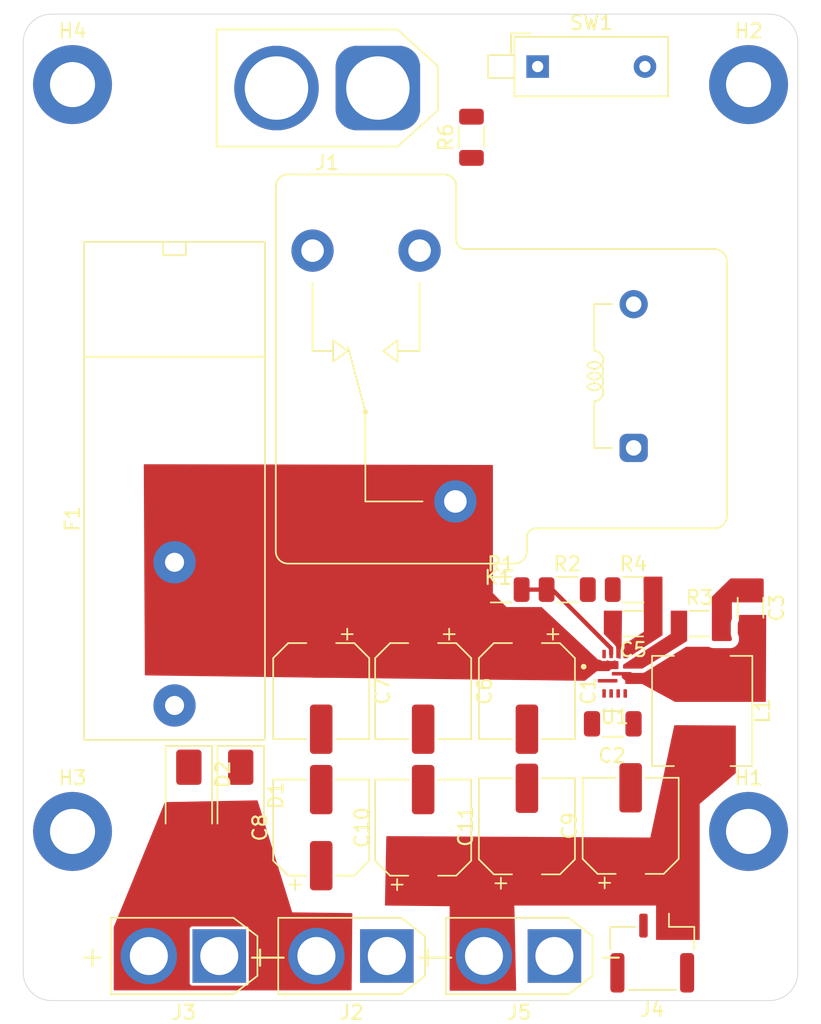
<source format=kicad_pcb>
(kicad_pcb (version 20240108) (generator "pcbnew") (generator_version "8.0")
  (layers (0 "F.Cu" signal) (1 "In1.Cu" power "In1_GND.Cu") (2 "In2.Cu" power "In2_POWER.Cu") (31 "B.Cu" signal) (34 "B.Paste" user) (35 "F.Paste" user) (36 "B.SilkS" user "B.Silkscreen") (37 "F.SilkS" user "F.Silkscreen") (38 "B.Mask" user) (39 "F.Mask" user) (44 "Edge.Cuts" user))
  (net 0 "")
  (net 1 "+24V")
  (net 2 "GND")
  (net 3 "Net-(U1-LDO)")
  (net 4 "Net-(U1-SW)")
  (net 5 "Net-(C3-Pad1)")
  (net 6 "Net-(U1-VCC)")
  (net 7 "+5V")
  (net 8 "24VOUT")
  (net 9 "24VDC")
  (net 10 "Net-(SW1-B)")
  (net 12 "Net-(U1-EN)")
  (net 13 "Net-(U1-BST)")
  (net 14 "Net-(U1-PG)")
  (net 15 "Net-(SW1-A)")
  (net 18 "Net-(D1-A1)")
  (footprint "MountingHole:MountingHole_3.2mm_M3_DIN965_Pad" (layer "F.Cu") (at 151.5 108)
    (property "Reference" "H1" (at 0 -3.8 0) (layer "F.SilkS"))
    (property "Value" "MountingHole")
    (pad "1" thru_hole circle (at 0 0) (size 5.6 5.6) (drill 3.2) (layers "*.Cu" "*.Mask"))
  )
  (footprint "Diode_SMD:D_SMA" (layer "F.Cu") (at 111.76 105.442 -90)
    (property "Reference" "D2" (at -1.494 -2.413 90) (layer "F.SilkS"))
    (property "Value" "D_TVS")
    (fp_line (start -3.51 1.65) (end 2 1.65) (stroke (width 0.12)) (layer "F.SilkS"))
    (fp_line (start -3.51 -1.65) (end -3.51 1.65) (stroke (width 0.12)) (layer "F.SilkS"))
    (fp_line (start -3.51 -1.65) (end 2 -1.65) (stroke (width 0.12)) (layer "F.SilkS"))
    (pad "1" smd roundrect (at -2 0 270) (size 2.5 1.8) (layers "F.Cu" "F.Paste" "F.Mask") (roundrect_rratio 0.1388888889) (net 18 "Net-(D1-A1)"))
    (pad "2" smd roundrect (at 2 0 270) (size 2.5 1.8) (layers "F.Cu" "F.Paste" "F.Mask") (roundrect_rratio 0.1388888889) (net 8 "24VOUT"))
  )
  (footprint "Capacitor_SMD:CP_Elec_6.3x7.7" (layer "F.Cu") (at 143.129 107.602 90)
    (property "Reference" "C9" (at 0 -4.35 90) (layer "F.SilkS"))
    (property "Value" "47u")
    (fp_line (start 3.41 -3.41) (end 3.41 -1.06) (stroke (width 0.12)) (layer "F.SilkS"))
    (fp_line (start -2.345563 -3.41) (end 3.41 -3.41) (stroke (width 0.12)) (layer "F.SilkS"))
    (fp_line (start -3.41 -2.345563) (end -2.345563 -3.41) (stroke (width 0.12)) (layer "F.SilkS"))
    (fp_line (start -3.41 -2.345563) (end -3.41 -1.06) (stroke (width 0.12)) (layer "F.SilkS"))
    (fp_line (start -4.04375 -2.24125) (end -4.04375 -1.45375) (stroke (width 0.12)) (layer "F.SilkS"))
    (fp_line (start -4.4375 -1.8475) (end -3.65 -1.8475) (stroke (width 0.12)) (layer "F.SilkS"))
    (fp_line (start -3.41 2.345563) (end -3.41 1.06) (stroke (width 0.12)) (layer "F.SilkS"))
    (fp_line (start -3.41 2.345563) (end -2.345563 3.41) (stroke (width 0.12)) (layer "F.SilkS"))
    (fp_line (start 3.41 3.41) (end 3.41 1.06) (stroke (width 0.12)) (layer "F.SilkS"))
    (fp_line (start -2.345563 3.41) (end 3.41 3.41) (stroke (width 0.12)) (layer "F.SilkS"))
    (pad "1" smd roundrect (at -2.7 0 90) (size 3.5 1.6) (layers "F.Cu" "F.Paste" "F.Mask") (roundrect_rratio 0.15625) (net 7 "+5V"))
    (pad "2" smd roundrect (at 2.7 0 90) (size 3.5 1.6) (layers "F.Cu" "F.Paste" "F.Mask") (roundrect_rratio 0.15625) (net 2 "GND"))
  )
  (footprint "Connector_AMASS:AMASS_XT30U-F_1x02_P5.0mm_Vertical" (layer "F.Cu") (at 125.817 116.84 180)
    (property "Reference" "J2" (at 2.5 -4 360) (layer "F.SilkS"))
    (property "Value" "24VOUT")
    (fp_line (start 7.71 -2.71) (end 7.71 2.71) (stroke (width 0.12)) (layer "F.SilkS"))
    (fp_line (start -1.01 2.71) (end 7.71 2.71) (stroke (width 0.12)) (layer "F.SilkS"))
    (fp_line (start -1.01 -2.71) (end 7.71 -2.71) (stroke (width 0.12)) (layer "F.SilkS"))
    (fp_line (start -2.71 1.41) (end -1.01 2.71) (stroke (width 0.12)) (layer "F.SilkS"))
    (fp_line (start -2.71 -1.41) (end -1.01 -2.71) (stroke (width 0.12)) (layer "F.SilkS"))
    (fp_line (start -2.71 -1.41) (end -2.71 1.41) (stroke (width 0.12)) (layer "F.SilkS"))
    (fp_text user "+" (at 9 0 360) (layer "F.SilkS") (effects (font (size 1.5 1.5))))
    (fp_text user "-" (at -4 0 360) (layer "F.SilkS") (effects (font (size 1.5 1.5))))
    (pad "1" thru_hole rect (at 0 0 180) (size 3.8 3.8) (drill 2.7) (layers "*.Cu" "*.Mask") (net 2 "GND"))
    (pad "2" thru_hole circle (at 5 0 180) (size 4 4) (drill 2.7) (layers "*.Cu" "*.Mask") (net 8 "24VOUT"))
  )
  (footprint "Capacitor_SMD:C_1206_3216Metric" (layer "F.Cu") (at 151.638 92.124 -90)
    (property "Reference" "C3" (at 0 -1.85 90) (layer "F.SilkS"))
    (property "Value" "4.7u")
    (fp_line (start -0.711252 0.91) (end 0.711252 0.91) (stroke (width 0.12)) (layer "F.SilkS"))
    (fp_line (start -0.711252 -0.91) (end 0.711252 -0.91) (stroke (width 0.12)) (layer "F.SilkS"))
    (pad "1" smd roundrect (at -1.475 0 270) (size 1.15 1.8) (layers "F.Cu" "F.Paste" "F.Mask") (roundrect_rratio 0.217391) (net 5 "Net-(C3-Pad1)"))
    (pad "2" smd roundrect (at 1.475 0 270) (size 1.15 1.8) (layers "F.Cu" "F.Paste" "F.Mask") (roundrect_rratio 0.217391) (net 4 "Net-(U1-SW)"))
  )
  (footprint "Resistor_SMD:R_1206_3216Metric" (layer "F.Cu") (at 131.826 58.7395 90)
    (property "Reference" "R6" (at 0 -1.82 90) (layer "F.SilkS"))
    (property "Value" "200k")
    (fp_line (start -0.727064 -0.91) (end 0.727064 -0.91) (stroke (width 0.12)) (layer "F.SilkS"))
    (fp_line (start -0.727064 0.91) (end 0.727064 0.91) (stroke (width 0.12)) (layer "F.SilkS"))
    (pad "1" smd roundrect (at -1.4625 0 90) (size 1.125 1.75) (layers "F.Cu" "F.Paste" "F.Mask") (roundrect_rratio 0.222222) (net 9 "24VDC"))
    (pad "2" smd roundrect (at 1.4625 0 90) (size 1.125 1.75) (layers "F.Cu" "F.Paste" "F.Mask") (roundrect_rratio 0.222222) (net 15 "Net-(SW1-A)"))
  )
  (footprint "Fuse:Fuseholder_Cylinder-5x20mm_Bulgin_FX0457_Horizontal_Closed" (layer "F.Cu") (at 110.744 99.06 90)
    (property "Reference" "F1" (at 13.25 -7.25 90) (layer "F.SilkS"))
    (property "Value" "Fuse")
    (fp_line (start -2.44 -6.42) (end 32.9 -6.42) (stroke (width 0.12)) (layer "F.SilkS"))
    (fp_line (start -2.44 -6.42) (end -2.44 6.42) (stroke (width 0.12)) (layer "F.SilkS"))
    (fp_line (start 24.75 -6.4) (end 24.75 6.4) (stroke (width 0.12)) (layer "F.SilkS"))
    (fp_line (start 32.85 -0.8) (end 31.95 -0.8) (stroke (width 0.12)) (layer "F.SilkS"))
    (fp_line (start 31.95 -0.8) (end 31.95 0.8) (stroke (width 0.12)) (layer "F.SilkS"))
    (fp_line (start 31.95 0.8) (end 32.85 0.8) (stroke (width 0.12)) (layer "F.SilkS"))
    (fp_line (start 32.9 6.42) (end 32.9 -6.42) (stroke (width 0.12)) (layer "F.SilkS"))
    (fp_line (start 32.9 6.42) (end -2.44 6.42) (stroke (width 0.12)) (layer "F.SilkS"))
    (pad "1" thru_hole circle (at 0 0 90) (size 3 3) (drill 1.35) (layers "*.Cu" "*.Mask") (net 18 "Net-(D1-A1)"))
    (pad "2" thru_hole circle (at 10.16 0 90) (size 3 3) (drill 1.35) (layers "*.Cu" "*.Mask") (net 1 "+24V"))
  )
  (footprint "MountingHole:MountingHole_3.2mm_M3_DIN965_Pad" (layer "F.Cu") (at 151.5 55)
    (property "Reference" "H2" (at 0 -3.8 0) (layer "F.SilkS"))
    (property "Value" "MountingHole")
    (pad "1" thru_hole circle (at 0 0) (size 5.6 5.6) (drill 3.2) (layers "*.Cu" "*.Mask"))
  )
  (footprint "Capacitor_SMD:CP_Elec_6.3x7.7" (layer "F.Cu") (at 128.397 107.729 90)
    (property "Reference" "C10" (at 0 -4.35 90) (layer "F.SilkS"))
    (property "Value" "47u")
    (fp_line (start 3.41 -3.41) (end 3.41 -1.06) (stroke (width 0.12)) (layer "F.SilkS"))
    (fp_line (start -2.345563 -3.41) (end 3.41 -3.41) (stroke (width 0.12)) (layer "F.SilkS"))
    (fp_line (start -3.41 -2.345563) (end -2.345563 -3.41) (stroke (width 0.12)) (layer "F.SilkS"))
    (fp_line (start -3.41 -2.345563) (end -3.41 -1.06) (stroke (width 0.12)) (layer "F.SilkS"))
    (fp_line (start -4.04375 -2.24125) (end -4.04375 -1.45375) (stroke (width 0.12)) (layer "F.SilkS"))
    (fp_line (start -4.4375 -1.8475) (end -3.65 -1.8475) (stroke (width 0.12)) (layer "F.SilkS"))
    (fp_line (start -3.41 2.345563) (end -3.41 1.06) (stroke (width 0.12)) (layer "F.SilkS"))
    (fp_line (start -3.41 2.345563) (end -2.345563 3.41) (stroke (width 0.12)) (layer "F.SilkS"))
    (fp_line (start 3.41 3.41) (end 3.41 1.06) (stroke (width 0.12)) (layer "F.SilkS"))
    (fp_line (start -2.345563 3.41) (end 3.41 3.41) (stroke (width 0.12)) (layer "F.SilkS"))
    (pad "1" smd roundrect (at -2.7 0 90) (size 3.5 1.6) (layers "F.Cu" "F.Paste" "F.Mask") (roundrect_rratio 0.15625) (net 7 "+5V"))
    (pad "2" smd roundrect (at 2.7 0 90) (size 3.5 1.6) (layers "F.Cu" "F.Paste" "F.Mask") (roundrect_rratio 0.15625) (net 2 "GND"))
  )
  (footprint "Capacitor_SMD:C_1206_3216Metric" (layer "F.Cu") (at 143.305 93.251 180)
    (property "Reference" "C5" (at 0 -1.85 360) (layer "F.SilkS"))
    (property "Value" "1u")
    (fp_line (start -0.711252 0.91) (end 0.711252 0.91) (stroke (width 0.12)) (layer "F.SilkS"))
    (fp_line (start -0.711252 -0.91) (end 0.711252 -0.91) (stroke (width 0.12)) (layer "F.SilkS"))
    (pad "1" smd roundrect (at -1.475 0 180) (size 1.15 1.8) (layers "F.Cu" "F.Paste" "F.Mask") (roundrect_rratio 0.217391) (net 6 "Net-(U1-VCC)"))
    (pad "2" smd roundrect (at 1.475 0 180) (size 1.15 1.8) (layers "F.Cu" "F.Paste" "F.Mask") (roundrect_rratio 0.217391) (net 2 "GND"))
  )
  (footprint "Capacitor_SMD:CP_Elec_6.3x7.7" (layer "F.Cu") (at 135.763 107.635 90)
    (property "Reference" "C11" (at 0 -4.35 90) (layer "F.SilkS"))
    (property "Value" "33u")
    (fp_line (start 3.41 -3.41) (end 3.41 -1.06) (stroke (width 0.12)) (layer "F.SilkS"))
    (fp_line (start -2.345563 -3.41) (end 3.41 -3.41) (stroke (width 0.12)) (layer "F.SilkS"))
    (fp_line (start -3.41 -2.345563) (end -2.345563 -3.41) (stroke (width 0.12)) (layer "F.SilkS"))
    (fp_line (start -3.41 -2.345563) (end -3.41 -1.06) (stroke (width 0.12)) (layer "F.SilkS"))
    (fp_line (start -4.04375 -2.24125) (end -4.04375 -1.45375) (stroke (width 0.12)) (layer "F.SilkS"))
    (fp_line (start -4.4375 -1.8475) (end -3.65 -1.8475) (stroke (width 0.12)) (layer "F.SilkS"))
    (fp_line (start -3.41 2.345563) (end -3.41 1.06) (stroke (width 0.12)) (layer "F.SilkS"))
    (fp_line (start -3.41 2.345563) (end -2.345563 3.41) (stroke (width 0.12)) (layer "F.SilkS"))
    (fp_line (start 3.41 3.41) (end 3.41 1.06) (stroke (width 0.12)) (layer "F.SilkS"))
    (fp_line (start -2.345563 3.41) (end 3.41 3.41) (stroke (width 0.12)) (layer "F.SilkS"))
    (pad "1" smd roundrect (at -2.7 0 90) (size 3.5 1.6) (layers "F.Cu" "F.Paste" "F.Mask") (roundrect_rratio 0.15625) (net 7 "+5V"))
    (pad "2" smd roundrect (at 2.7 0 90) (size 3.5 1.6) (layers "F.Cu" "F.Paste" "F.Mask") (roundrect_rratio 0.15625) (net 2 "GND"))
  )
  (footprint "Relay_THT:Relay_SPDT_RAYEX-L90S" (layer "F.Cu") (at 145.883 75.682 180)
    (property "Reference" "K1" (at 12.1666 -14.3 360) (layer "F.SilkS"))
    (property "Value" "SLC-24VDC-SL-C")
    (fp_line (start 27.95 -12.44) (end 27.95 13.44) (stroke (width 0.12)) (layer "F.SilkS"))
    (fp_line (start 25.34 1.778) (end 25.34 6.604) (stroke (width 0.12)) (layer "F.SilkS"))
    (fp_line (start 23.876 2.54) (end 23.876 1.016) (stroke (width 0.12)) (layer "F.SilkS"))
    (fp_line (start 23.876 2.54) (end 22.86 1.778) (stroke (width 0.12)) (layer "F.SilkS"))
    (fp_line (start 23.876 1.778) (end 25.34 1.778) (stroke (width 0.12)) (layer "F.SilkS"))
    (fp_line (start 22.86 1.778) (end 23.876 1.016) (stroke (width 0.12)) (layer "F.SilkS"))
    (fp_line (start 21.59 -2.54) (end 22.8092 2.032) (stroke (width 0.12)) (layer "F.SilkS"))
    (fp_line (start 21.59 -2.54) (end 21.59 -8.9) (stroke (width 0.12)) (layer "F.SilkS"))
    (fp_line (start 21.59 -8.9) (end 17.526 -8.9) (stroke (width 0.12)) (layer "F.SilkS"))
    (fp_line (start 20.32 1.778) (end 19.304 1.016) (stroke (width 0.12)) (layer "F.SilkS"))
    (fp_line (start 19.304 2.54) (end 20.32 1.778) (stroke (width 0.12)) (layer "F.SilkS"))
    (fp_line (start 19.304 1.016) (end 19.304 2.54) (stroke (width 0.12)) (layer "F.SilkS"))
    (fp_line (start 17.74 6.604) (end 17.74 1.778) (stroke (width 0.12)) (layer "F.SilkS"))
    (fp_line (start 17.74 1.778) (end 19.304 1.778) (stroke (width 0.12)) (layer "F.SilkS"))
    (fp_line (start 16 14.31) (end 27.08 14.31) (stroke (width 0.12)) (layer "F.SilkS"))
    (fp_line (start 15.13 9.66) (end 15.13 13.44) (stroke (width 0.12)) (layer "F.SilkS"))
    (fp_line (start 11 -13.31) (end 27.08 -13.31) (stroke (width 0.12)) (layer "F.SilkS"))
    (fp_line (start 10.13 -12.44) (end 10.13 -11.46) (stroke (width 0.12)) (layer "F.SilkS"))
    (fp_line (start 5.334002 5.105397) (end 5.334002 1.777997) (stroke (width 0.12)) (layer "F.SilkS"))
    (fp_line (start 5.334 5.1054) (end 4.064 5.1054) (stroke (width 0.12)) (layer "F.SilkS"))
    (fp_line (start 5.334 -1.778) (end 5.334 -5.1054) (stroke (width 0.12)) (layer "F.SilkS"))
    (fp_line (start 4.064 -5.1054) (end 5.334 -5.1054) (stroke (width 0.12)) (layer "F.SilkS"))
    (fp_line (start -3.2 9.01) (end 14.48 9.01) (stroke (width 0.12)) (layer "F.SilkS"))
    (fp_line (start -3.2 -10.81) (end 9.48 -10.81) (stroke (width 0.12)) (layer "F.SilkS"))
    (fp_line (start -4.07 -9.94) (end -4.07 8.14) (stroke (width 0.12)) (layer "F.SilkS"))
    (fp_arc (start 27.95 13.44) (mid 27.695183 14.055183) (end 27.08 14.31) (stroke (width 0.12)) (layer "F.SilkS"))
    (fp_arc (start 27.08 -13.31) (mid 27.695183 -13.055183) (end 27.95 -12.44) (stroke (width 0.12)) (layer "F.SilkS"))
    (fp_arc (start 16 14.31) (mid 15.384817 14.055183) (end 15.13 13.44) (stroke (width 0.12)) (layer "F.SilkS"))
    (fp_arc (start 14.48 9.01) (mid 14.939619 9.200381) (end 15.13 9.66) (stroke (width 0.12)) (layer "F.SilkS"))
    (fp_arc (start 10.13 -11.46) (mid 9.939619 -11.000381) (end 9.48 -10.81) (stroke (width 0.12)) (layer "F.SilkS"))
    (fp_arc (start 10.13 -12.44) (mid 10.384817 -13.055183) (end 11 -13.31) (stroke (width 0.12)) (layer "F.SilkS"))
    (fp_arc (start 5.842266 0.761644) (mid 4.699001 0.381223) (end 5.842001 -0.000002) (stroke (width 0.12)) (layer "F.SilkS"))
    (fp_arc (start 5.842265 -0.000355) (mid 4.699001 -0.380778) (end 5.842 -0.762001) (stroke (width 0.12)) (layer "F.SilkS"))
    (fp_arc (start 5.8418 -0.761733) (mid 4.765964 -0.859168) (end 5.334 -1.778) (stroke (width 0.12)) (layer "F.SilkS"))
    (fp_arc (start 5.334002 1.777997) (mid 4.765966 0.859171) (end 5.841802 0.76173) (stroke (width 0.12)) (layer "F.SilkS"))
    (fp_arc (start -3.2 9.01) (mid -3.815183 8.755183) (end -4.07 8.14) (stroke (width 0.12)) (layer "F.SilkS"))
    (fp_arc (start -4.07 -9.94) (mid -3.815183 -10.555183) (end -3.2 -10.81) (stroke (width 0.12)) (layer "F.SilkS"))
    (fp_circle (center 21.59 -2.54) (end 21.59 -2.413) (stroke (width 0.12)) (fill none) (layer "F.SilkS"))
    (pad "11" thru_hole circle (at 15.2 -8.9) (size 3 3) (drill 1.6) (layers "*.Cu" "*.Mask") (net 1 "+24V"))
    (pad "12" thru_hole circle (at 25.34 8.9) (size 3 3) (drill 1.6) (layers "*.Cu" "*.Mask"))
    (pad "14" thru_hole circle (at 17.74 8.9) (size 3 3) (drill 1.6) (layers "*.Cu" "*.Mask") (net 9 "24VDC"))
    (pad "A1" thru_hole roundrect (at 2.54 -5.1) (size 2 2) (drill 1.1) (layers "*.Cu" "*.Mask") (net 2 "GND"))
    (pad "A2" thru_hole circle (at 2.54 5.1) (size 2 2) (drill 1.1) (layers "*.Cu" "*.Mask") (net 10 "Net-(SW1-B)"))
  )
  (footprint "Capacitor_SMD:CP_Elec_6.3x7.7" (layer "F.Cu") (at 135.763 98.044 -90)
    (property "Reference" "C1" (at 0 -4.35 90) (layer "F.SilkS"))
    (property "Value" "22u")
    (fp_line (start -2.345563 3.41) (end 3.41 3.41) (stroke (width 0.12)) (layer "F.SilkS"))
    (fp_line (start 3.41 3.41) (end 3.41 1.06) (stroke (width 0.12)) (layer "F.SilkS"))
    (fp_line (start -3.41 2.345563) (end -2.345563 3.41) (stroke (width 0.12)) (layer "F.SilkS"))
    (fp_line (start -3.41 2.345563) (end -3.41 1.06) (stroke (width 0.12)) (layer "F.SilkS"))
    (fp_line (start -4.4375 -1.8475) (end -3.65 -1.8475) (stroke (width 0.12)) (layer "F.SilkS"))
    (fp_line (start -4.04375 -2.24125) (end -4.04375 -1.45375) (stroke (width 0.12)) (layer "F.SilkS"))
    (fp_line (start -3.41 -2.345563) (end -3.41 -1.06) (stroke (width 0.12)) (layer "F.SilkS"))
    (fp_line (start -3.41 -2.345563) (end -2.345563 -3.41) (stroke (width 0.12)) (layer "F.SilkS"))
    (fp_line (start -2.345563 -3.41) (end 3.41 -3.41) (stroke (width 0.12)) (layer "F.SilkS"))
    (fp_line (start 3.41 -3.41) (end 3.41 -1.06) (stroke (width 0.12)) (layer "F.SilkS"))
    (pad "1" smd roundrect (at -2.7 0 270) (size 3.5 1.6) (layers "F.Cu" "F.Paste" "F.Mask") (roundrect_rratio 0.15625) (net 1 "+24V"))
    (pad "2" smd roundrect (at 2.7 0 270) (size 3.5 1.6) (layers "F.Cu" "F.Paste" "F.Mask") (roundrect_rratio 0.15625) (net 2 "GND"))
  )
  (footprint "Resistor_SMD:R_1206_3216Metric" (layer "F.Cu") (at 143.3175 90.838)
    (property "Reference" "R4" (at 0 -1.82 360) (layer "F.SilkS"))
    (property "Value" "100k")
    (fp_line (start -0.727064 -0.91) (end 0.727064 -0.91) (stroke (width 0.12)) (layer "F.SilkS"))
    (fp_line (start -0.727064 0.91) (end 0.727064 0.91) (stroke (width 0.12)) (layer "F.SilkS"))
    (pad "1" smd roundrect (at -1.4625 0) (size 1.125 1.75) (layers "F.Cu" "F.Paste" "F.Mask") (roundrect_rratio 0.222222) (net 14 "Net-(U1-PG)"))
    (pad "2" smd roundrect (at 1.4625 0) (size 1.125 1.75) (layers "F.Cu" "F.Paste" "F.Mask") (roundrect_rratio 0.222222) (net 6 "Net-(U1-VCC)"))
  )
  (footprint "MountingHole:MountingHole_3.2mm_M3_DIN965_Pad" (layer "F.Cu") (at 103.5 55)
    (property "Reference" "H4" (at 0 -3.8 0) (layer "F.SilkS"))
    (property "Value" "MountingHole")
    (pad "1" thru_hole circle (at 0 0) (size 5.6 5.6) (drill 3.2) (layers "*.Cu" "*.Mask"))
  )
  (footprint "Capacitor_SMD:C_1206_3216Metric" (layer "F.Cu") (at 141.859 100.363 180)
    (property "Reference" "C2" (at 0.0508 -2.253 360) (layer "F.SilkS"))
    (property "Value" "4.7u")
    (fp_line (start -0.711252 0.91) (end 0.711252 0.91) (stroke (width 0.12)) (layer "F.SilkS"))
    (fp_line (start -0.711252 -0.91) (end 0.711252 -0.91) (stroke (width 0.12)) (layer "F.SilkS"))
    (pad "1" smd roundrect (at -1.475 0 180) (size 1.15 1.8) (layers "F.Cu" "F.Paste" "F.Mask") (roundrect_rratio 0.217391) (net 3 "Net-(U1-LDO)"))
    (pad "2" smd roundrect (at 1.475 0 180) (size 1.15 1.8) (layers "F.Cu" "F.Paste" "F.Mask") (roundrect_rratio 0.217391) (net 2 "GND"))
  )
  (footprint "Connector_AMASS:AMASS_XT30U-F_1x02_P5.0mm_Vertical" (layer "F.Cu") (at 113.919 116.84 180)
    (property "Reference" "J3" (at 2.5 -4 360) (layer "F.SilkS"))
    (property "Value" "24VOUT")
    (fp_line (start 7.71 -2.71) (end 7.71 2.71) (stroke (width 0.12)) (layer "F.SilkS"))
    (fp_line (start -1.01 2.71) (end 7.71 2.71) (stroke (width 0.12)) (layer "F.SilkS"))
    (fp_line (start -1.01 -2.71) (end 7.71 -2.71) (stroke (width 0.12)) (layer "F.SilkS"))
    (fp_line (start -2.71 1.41) (end -1.01 2.71) (stroke (width 0.12)) (layer "F.SilkS"))
    (fp_line (start -2.71 -1.41) (end -1.01 -2.71) (stroke (width 0.12)) (layer "F.SilkS"))
    (fp_line (start -2.71 -1.41) (end -2.71 1.41) (stroke (width 0.12)) (layer "F.SilkS"))
    (fp_text user "-" (at -4 0 360) (layer "F.SilkS") (effects (font (size 1.5 1.5))))
    (fp_text user "+" (at 9 0 360) (layer "F.SilkS") (effects (font (size 1.5 1.5))))
    (pad "1" thru_hole rect (at 0 0 180) (size 3.8 3.8) (drill 2.7) (layers "*.Cu" "*.Mask") (net 2 "GND"))
    (pad "2" thru_hole circle (at 5 0 180) (size 4 4) (drill 2.7) (layers "*.Cu" "*.Mask") (net 8 "24VOUT"))
  )
  (footprint "Connector_JST:JST_GH_BM02B-GHS-TBT_1x02-1MP_P1.25mm_Vertical" (layer "F.Cu") (at 144.663 116.631 180)
    (property "Reference" "J4" (at 0 -4 360) (layer "F.SilkS"))
    (property "Value" "5VOUT_GH")
    (fp_line (start 2.985 1.86) (end 1.185 1.86) (stroke (width 0.12)) (layer "F.SilkS"))
    (fp_line (start 2.985 0.26) (end 2.985 1.86) (stroke (width 0.12)) (layer "F.SilkS"))
    (fp_line (start -1.185 1.86) (end -1.185 2.8) (stroke (width 0.12)) (layer "F.SilkS"))
    (fp_line (start -1.715 -2.61) (end 1.715 -2.61) (stroke (width 0.12)) (layer "F.SilkS"))
    (fp_line (start -2.985 1.86) (end -1.185 1.86) (stroke (width 0.12)) (layer "F.SilkS"))
    (fp_line (start -2.985 0.26) (end -2.985 1.86) (stroke (width 0.12)) (layer "F.SilkS"))
    (pad "1" smd roundrect (at -0.625 1.95 180) (size 0.6 1.7) (layers "F.Cu" "F.Paste" "F.Mask") (net 7 "+5V"))
    (pad "2" smd roundrect (at 0.625 1.95 180) (size 0.6 1.7) (layers "F.Cu" "F.Paste" "F.Mask") (net 2 "GND"))
    (pad "MP" smd roundrect (at -2.475 -1.4 180) (size 1 2.8) (layers "F.Cu" "F.Paste" "F.Mask"))
    (pad "MP" smd roundrect (at 2.475 -1.4 180) (size 1 2.8) (layers "F.Cu" "F.Paste" "F.Mask"))
  )
  (footprint "Connector_AMASS:AMASS_XT60-F_1x02_P7.20mm_Vertical" (layer "F.Cu") (at 125.183 55.245 180)
    (property "Reference" "J1" (at 3.6 -5.3 360) (layer "F.SilkS"))
    (property "Value" "24VIN")
    (fp_line (start 11.45 4.15) (end 11.45 -4.15) (stroke (width 0.12)) (layer "F.SilkS"))
    (fp_line (start 11.45 -4.15) (end -1.4 -4.15) (stroke (width 0.12)) (layer "F.SilkS"))
    (fp_line (start -1.4 4.15) (end 11.45 4.15) (stroke (width 0.12)) (layer "F.SilkS"))
    (fp_line (start -1.4 -4.15) (end -4.25 -1.6) (stroke (width 0.12)) (layer "F.SilkS"))
    (fp_line (start -4.25 1.55) (end -1.4 4.15) (stroke (width 0.12)) (layer "F.SilkS"))
    (fp_line (start -4.25 -1.6) (end -4.25 1.55) (stroke (width 0.12)) (layer "F.SilkS"))
    (pad "1" thru_hole roundrect (at 0 0 180) (size 6 6) (drill 4.5) (layers "*.Cu" "*.Mask") (net 2 "GND"))
    (pad "2" thru_hole circle (at 7.2 0 180) (size 6 6) (drill 4.5) (layers "*.Cu" "*.Mask") (net 9 "24VDC"))
  )
  (footprint "Resistor_SMD:R_1206_3216Metric" (layer "F.Cu") (at 133.9235 90.838)
    (property "Reference" "R1" (at 0 -1.82 360) (layer "F.SilkS"))
    (property "Value" "2M")
    (fp_line (start -0.727064 -0.91) (end 0.727064 -0.91) (stroke (width 0.12)) (layer "F.SilkS"))
    (fp_line (start -0.727064 0.91) (end 0.727064 0.91) (stroke (width 0.12)) (layer "F.SilkS"))
    (pad "1" smd roundrect (at -1.4625 0) (size 1.125 1.75) (layers "F.Cu" "F.Paste" "F.Mask") (roundrect_rratio 0.222222) (net 1 "+24V"))
    (pad "2" smd roundrect (at 1.4625 0) (size 1.125 1.75) (layers "F.Cu" "F.Paste" "F.Mask") (roundrect_rratio 0.222222) (net 12 "Net-(U1-EN)"))
  )
  (footprint "Inductor_SMD:L_Chilisin_BMRx00060630" (layer "F.Cu") (at 148.209 99.451 -90)
    (property "Reference" "L1" (at 0 -4.3 90) (layer "F.SilkS"))
    (property "Value" "1.5uH")
    (fp_line (start -3.91 3.56) (end 3.91 3.56) (stroke (width 0.12)) (layer "F.SilkS"))
    (fp_line (start -3.91 3.56) (end -3.91 2.01) (stroke (width 0.12)) (layer "F.SilkS"))
    (fp_line (start 3.91 3.56) (end 3.91 2.01) (stroke (width 0.12)) (layer "F.SilkS"))
    (fp_line (start -3.91 -3.56) (end -3.91 -2.01) (stroke (width 0.12)) (layer "F.SilkS"))
    (fp_line (start -3.91 -3.56) (end 3.91 -3.56) (stroke (width 0.12)) (layer "F.SilkS"))
    (fp_line (start 3.91 -3.56) (end 3.91 -2.01) (stroke (width 0.12)) (layer "F.SilkS"))
    (pad "1" smd rect (at -3.025 0 270) (size 2.35 3.5) (layers "F.Cu" "F.Paste" "F.Mask") (net 4 "Net-(U1-SW)"))
    (pad "2" smd rect (at 3.025 0 270) (size 2.35 3.5) (layers "F.Cu" "F.Paste" "F.Mask") (net 7 "+5V"))
  )
  (footprint "Diode_SMD:D_SMA" (layer "F.Cu") (at 115.443 105.442 -90)
    (property "Reference" "D1" (at 0 -2.5 90) (layer "F.SilkS"))
    (property "Value" "D_TVS")
    (fp_line (start -3.51 1.65) (end 2 1.65) (stroke (width 0.12)) (layer "F.SilkS"))
    (fp_line (start -3.51 -1.65) (end -3.51 1.65) (stroke (width 0.12)) (layer "F.SilkS"))
    (fp_line (start -3.51 -1.65) (end 2 -1.65) (stroke (width 0.12)) (layer "F.SilkS"))
    (pad "1" smd roundrect (at -2 0 270) (size 2.5 1.8) (layers "F.Cu" "F.Paste" "F.Mask") (roundrect_rratio 0.1388888889) (net 18 "Net-(D1-A1)"))
    (pad "2" smd roundrect (at 2 0 270) (size 2.5 1.8) (layers "F.Cu" "F.Paste" "F.Mask") (roundrect_rratio 0.1388888889) (net 8 "24VOUT"))
  )
  (footprint "MountingHole:MountingHole_3.2mm_M3_DIN965_Pad" (layer "F.Cu") (at 103.5 108)
    (property "Reference" "H3" (at 0 -3.8 0) (layer "F.SilkS"))
    (property "Value" "MountingHole")
    (pad "1" thru_hole circle (at 0 0) (size 5.6 5.6) (drill 3.2) (layers "*.Cu" "*.Mask"))
  )
  (footprint "Connector_AMASS:AMASS_XT30U-F_1x02_P5.0mm_Vertical" (layer "F.Cu") (at 137.715 116.84 180)
    (property "Reference" "J5" (at 2.5 -4 360) (layer "F.SilkS"))
    (property "Value" "5VOUT_XT30")
    (fp_line (start 7.71 -2.71) (end 7.71 2.71) (stroke (width 0.12)) (layer "F.SilkS"))
    (fp_line (start -1.01 2.71) (end 7.71 2.71) (stroke (width 0.12)) (layer "F.SilkS"))
    (fp_line (start -1.01 -2.71) (end 7.71 -2.71) (stroke (width 0.12)) (layer "F.SilkS"))
    (fp_line (start -2.71 1.41) (end -1.01 2.71) (stroke (width 0.12)) (layer "F.SilkS"))
    (fp_line (start -2.71 -1.41) (end -1.01 -2.71) (stroke (width 0.12)) (layer "F.SilkS"))
    (fp_line (start -2.71 -1.41) (end -2.71 1.41) (stroke (width 0.12)) (layer "F.SilkS"))
    (fp_text user "+" (at 9 0 360) (layer "F.SilkS") (effects (font (size 1.5 1.5))))
    (fp_text user "-" (at -4 0 360) (layer "F.SilkS") (effects (font (size 1.5 1.5))))
    (pad "1" thru_hole rect (at 0 0 180) (size 3.8 3.8) (drill 2.7) (layers "*.Cu" "*.Mask") (net 2 "GND"))
    (pad "2" thru_hole circle (at 5 0 180) (size 4 4) (drill 2.7) (layers "*.Cu" "*.Mask") (net 7 "+5V"))
  )
  (footprint "Button_Switch_THT:SW_DIP_SPSTx01_Piano_10.8x4.1mm_W7.62mm_P2.54mm" (layer "F.Cu") (at 136.525 53.721)
    (property "Reference" "SW1" (at 3.81 -3.11 0) (layer "F.SilkS"))
    (property "Value" "SW_SPST")
    (fp_line (start -3.51 -0.81) (end -3.51 0.81) (stroke (width 0.12)) (layer "F.SilkS"))
    (fp_line (start -3.51 -0.81) (end -1.65 -0.81) (stroke (width 0.12)) (layer "F.SilkS"))
    (fp_line (start -3.51 0.81) (end -1.65 0.81) (stroke (width 0.12)) (layer "F.SilkS"))
    (fp_line (start -1.89 -2.35) (end -1.89 -0.967) (stroke (width 0.12)) (layer "F.SilkS"))
    (fp_line (start -1.89 -2.35) (end -0.507 -2.35) (stroke (width 0.12)) (layer "F.SilkS"))
    (fp_line (start -1.65 -2.11) (end -1.65 2.11) (stroke (width 0.12)) (layer "F.SilkS"))
    (fp_line (start -1.65 -2.11) (end 9.27 -2.11) (stroke (width 0.12)) (layer "F.SilkS"))
    (fp_line (start -1.65 -0.81) (end -1.65 0.81) (stroke (width 0.12)) (layer "F.SilkS"))
    (fp_line (start -1.65 2.11) (end 9.27 2.11) (stroke (width 0.12)) (layer "F.SilkS"))
    (fp_line (start 9.27 -2.11) (end 9.27 2.11) (stroke (width 0.12)) (layer "F.SilkS"))
    (pad "1" thru_hole rect (at 0 0) (size 1.6 1.6) (drill 0.8) (layers "*.Cu" "*.Mask") (net 15 "Net-(SW1-A)"))
    (pad "2" thru_hole oval (at 7.62 0) (size 1.6 1.6) (drill 0.8) (layers "*.Cu" "*.Mask") (net 10 "Net-(SW1-B)"))
  )
  (footprint "Capacitor_SMD:CP_Elec_6.3x7.7" (layer "F.Cu") (at 128.397 98.044 -90)
    (property "Reference" "C6" (at 0 -4.35 90) (layer "F.SilkS"))
    (property "Value" "47u")
    (fp_line (start -2.345563 3.41) (end 3.41 3.41) (stroke (width 0.12)) (layer "F.SilkS"))
    (fp_line (start 3.41 3.41) (end 3.41 1.06) (stroke (width 0.12)) (layer "F.SilkS"))
    (fp_line (start -3.41 2.345563) (end -2.345563 3.41) (stroke (width 0.12)) (layer "F.SilkS"))
    (fp_line (start -3.41 2.345563) (end -3.41 1.06) (stroke (width 0.12)) (layer "F.SilkS"))
    (fp_line (start -4.4375 -1.8475) (end -3.65 -1.8475) (stroke (width 0.12)) (layer "F.SilkS"))
    (fp_line (start -4.04375 -2.24125) (end -4.04375 -1.45375) (stroke (width 0.12)) (layer "F.SilkS"))
    (fp_line (start -3.41 -2.345563) (end -3.41 -1.06) (stroke (width 0.12)) (layer "F.SilkS"))
    (fp_line (start -3.41 -2.345563) (end -2.345563 -3.41) (stroke (width 0.12)) (layer "F.SilkS"))
    (fp_line (start -2.345563 -3.41) (end 3.41 -3.41) (stroke (width 0.12)) (layer "F.SilkS"))
    (fp_line (start 3.41 -3.41) (end 3.41 -1.06) (stroke (width 0.12)) (layer "F.SilkS"))
    (pad "1" smd roundrect (at -2.7 0 270) (size 3.5 1.6) (layers "F.Cu" "F.Paste" "F.Mask") (roundrect_rratio 0.15625) (net 1 "+24V"))
    (pad "2" smd roundrect (at 2.7 0 270) (size 3.5 1.6) (layers "F.Cu" "F.Paste" "F.Mask") (roundrect_rratio 0.15625) (net 2 "GND"))
  )
  (footprint "Capacitor_SMD:CP_Elec_6.3x7.7" (layer "F.Cu") (at 121.158 107.729 90)
    (property "Reference" "C8" (at 0 -4.35 90) (layer "F.SilkS"))
    (property "Value" "47u")
    (fp_line (start 3.41 -3.41) (end 3.41 -1.06) (stroke (width 0.12)) (layer "F.SilkS"))
    (fp_line (start -2.345563 -3.41) (end 3.41 -3.41) (stroke (width 0.12)) (layer "F.SilkS"))
    (fp_line (start -3.41 -2.345563) (end -2.345563 -3.41) (stroke (width 0.12)) (layer "F.SilkS"))
    (fp_line (start -3.41 -2.345563) (end -3.41 -1.06) (stroke (width 0.12)) (layer "F.SilkS"))
    (fp_line (start -4.04375 -2.24125) (end -4.04375 -1.45375) (stroke (width 0.12)) (layer "F.SilkS"))
    (fp_line (start -4.4375 -1.8475) (end -3.65 -1.8475) (stroke (width 0.12)) (layer "F.SilkS"))
    (fp_line (start -3.41 2.345563) (end -3.41 1.06) (stroke (width 0.12)) (layer "F.SilkS"))
    (fp_line (start -3.41 2.345563) (end -2.345563 3.41) (stroke (width 0.12)) (layer "F.SilkS"))
    (fp_line (start 3.41 3.41) (end 3.41 1.06) (stroke (width 0.12)) (layer "F.SilkS"))
    (fp_line (start -2.345563 3.41) (end 3.41 3.41) (stroke (width 0.12)) (layer "F.SilkS"))
    (pad "1" smd roundrect (at -2.7 0 90) (size 3.5 1.6) (layers "F.Cu" "F.Paste" "F.Mask") (roundrect_rratio 0.15625) (net 7 "+5V"))
    (pad "2" smd roundrect (at 2.7 0 90) (size 3.5 1.6) (layers "F.Cu" "F.Paste" "F.Mask") (roundrect_rratio 0.15625) (net 2 "GND"))
  )
  (footprint "Capacitor_SMD:C_1206_3216Metric" (layer "F.Cu") (at 148.033 93.251)
    (property "Reference" "R3" (at 0 -1.85 360) (layer "F.SilkS"))
    (property "Value" "3.3")
    (fp_line (start -0.711252 -0.91) (end 0.711252 -0.91) (stroke (width 0.12)) (layer "F.SilkS"))
    (fp_line (start -0.711252 0.91) (end 0.711252 0.91) (stroke (width 0.12)) (layer "F.SilkS"))
    (pad "1" smd roundrect (at -1.475 0) (size 1.15 1.8) (layers "F.Cu" "F.Paste" "F.Mask") (roundrect_rratio 0.217391) (net 13 "Net-(U1-BST)"))
    (pad "2" smd roundrect (at 1.475 0) (size 1.15 1.8) (layers "F.Cu" "F.Paste" "F.Mask") (roundrect_rratio 0.217391) (net 5 "Net-(C3-Pad1)"))
  )
  (footprint "NB679GD-Z:VREG_TPS51386RJNR" (layer "F.Cu") (at 141.994 96.807)
    (property "Reference" "U1" (at 0.011 3.056 0) (layer "F.SilkS"))
    (property "Value" "NB679GD-Z")
    (fp_circle (center -2.2 -0.5) (end -2.1 -0.5) (stroke (width 0.2)) (fill none) (layer "F.SilkS"))
    (pad "1" smd roundrect (at -0.5 -0.5) (size 1.4 0.25) (layers "F.Cu") (roundrect_rratio 0.2) (net 1 "+24V"))
    (pad "2" smd roundrect (at -0.5 0.5) (size 1.4 0.25) (layers "F.Cu") (roundrect_rratio 0.2) (net 2 "GND"))
    (pad "3" smd roundrect (at -0.75 1.4) (size 0.25 0.6) (layers "F.Cu") (roundrect_rratio 0.2) (net 14 "Net-(U1-PG)"))
    (pad "4" smd roundrect (at -0.25 1.4) (size 0.25 0.6) (layers "F.Cu") (roundrect_rratio 0.2))
    (pad "5" smd roundrect (at 0.25 1.4) (size 0.25 0.6) (layers "F.Cu") (roundrect_rratio 0.2) (net 7 "+5V"))
    (pad "6" smd roundrect (at 0.75 1.4) (size 0.25 0.6) (layers "F.Cu") (roundrect_rratio 0.2) (net 3 "Net-(U1-LDO)"))
    (pad "7" smd roundrect (at 0.5 0) (size 1.4 0.25) (layers "F.Cu") (roundrect_rratio 0.2) (net 4 "Net-(U1-SW)"))
    (pad "8" smd roundrect (at 0.9 -0.5) (size 0.6 0.25) (layers "F.Cu") (roundrect_rratio 0.2) (net 13 "Net-(U1-BST)"))
    (pad "9" smd roundrect (at 0.75 -1.4) (size 0.25 0.6) (layers "F.Cu") (roundrect_rratio 0.2) (net 6 "Net-(U1-VCC)"))
    (pad "10" smd roundrect (at 0.25 -1.4) (size 0.25 0.6) (layers "F.Cu") (roundrect_rratio 0.2) (net 2 "GND"))
    (pad "11" smd roundrect (at -0.25 -1.4) (size 0.25 0.6) (layers "F.Cu") (roundrect_rratio 0.2) (net 12 "Net-(U1-EN)"))
    (pad "12" smd roundrect (at -0.75 -1.4) (size 0.25 0.6) (layers "F.Cu") (roundrect_rratio 0.2))
  )
  (footprint "Capacitor_SMD:CP_Elec_6.3x7.7" (layer "F.Cu") (at 121.158 98.044 -90)
    (property "Reference" "C7" (at 0 -4.35 90) (layer "F.SilkS"))
    (property "Value" "47u")
    (fp_line (start -2.345563 3.41) (end 3.41 3.41) (stroke (width 0.12)) (layer "F.SilkS"))
    (fp_line (start 3.41 3.41) (end 3.41 1.06) (stroke (width 0.12)) (layer "F.SilkS"))
    (fp_line (start -3.41 2.345563) (end -2.345563 3.41) (stroke (width 0.12)) (layer "F.SilkS"))
    (fp_line (start -3.41 2.345563) (end -3.41 1.06) (stroke (width 0.12)) (layer "F.SilkS"))
    (fp_line (start -4.4375 -1.8475) (end -3.65 -1.8475) (stroke (width 0.12)) (layer "F.SilkS"))
    (fp_line (start -4.04375 -2.24125) (end -4.04375 -1.45375) (stroke (width 0.12)) (layer "F.SilkS"))
    (fp_line (start -3.41 -2.345563) (end -3.41 -1.06) (stroke (width 0.12)) (layer "F.SilkS"))
    (fp_line (start -3.41 -2.345563) (end -2.345563 -3.41) (stroke (width 0.12)) (layer "F.SilkS"))
    (fp_line (start -2.345563 -3.41) (end 3.41 -3.41) (stroke (width 0.12)) (layer "F.SilkS"))
    (fp_line (start 3.41 -3.41) (end 3.41 -1.06) (stroke (width 0.12)) (layer "F.SilkS"))
    (pad "1" smd roundrect (at -2.7 0 270) (size 3.5 1.6) (layers "F.Cu" "F.Paste" "F.Mask") (roundrect_rratio 0.15625) (net 1 "+24V"))
    (pad "2" smd roundrect (at 2.7 0 270) (size 3.5 1.6) (layers "F.Cu" "F.Paste" "F.Mask") (roundrect_rratio 0.15625) (net 2 "GND"))
  )
  (footprint "Resistor_SMD:R_1206_3216Metric" (layer "F.Cu") (at 138.6225 90.838)
    (property "Reference" "R2" (at 0 -1.82 360) (layer "F.SilkS"))
    (property "Value" "200k")
    (fp_line (start -0.727064 -0.91) (end 0.727064 -0.91) (stroke (width 0.12)) (layer "F.SilkS"))
    (fp_line (start -0.727064 0.91) (end 0.727064 0.91) (stroke (width 0.12)) (layer "F.SilkS"))
    (pad "1" smd roundrect (at -1.4625 0) (size 1.125 1.75) (layers "F.Cu" "F.Paste" "F.Mask") (roundrect_rratio 0.222222) (net 12 "Net-(U1-EN)"))
    (pad "2" smd roundrect (at 1.4625 0) (size 1.125 1.75) (layers "F.Cu" "F.Paste" "F.Mask") (roundrect_rratio 0.222222) (net 2 "GND"))
  )
  (gr_arc (start 155 118) (mid 154.414214 119.414214) (end 153 120) (stroke (width 0.05)) (layer "Edge.Cuts"))
  (gr_line (start 153 120) (end 102 120) (stroke (width 0.05)) (layer "Edge.Cuts"))
  (gr_arc (start 100 52) (mid 100.585786 50.585786) (end 102 50) (stroke (width 0.05)) (layer "Edge.Cuts"))
  (gr_arc (start 153 50) (mid 154.414214 50.585786) (end 155 52) (stroke (width 0.05)) (layer "Edge.Cuts"))
  (gr_line (start 100 118) (end 100 52) (stroke (width 0.05)) (layer "Edge.Cuts"))
  (gr_line (start 102 50) (end 153 50) (stroke (width 0.05)) (layer "Edge.Cuts"))
  (gr_arc (start 102 120) (mid 100.585786 119.414214) (end 100 118) (stroke (width 0.05)) (layer "Edge.Cuts"))
  (gr_line (start 155 52) (end 155 118) (stroke (width 0.05)) (layer "Edge.Cuts"))
  (segment (start 137.16 90.838) (end 135.386 90.838) (width 0.3048) (layer "F.Cu") (net 12))
  (segment (start 141.744 95.011534) (end 137.570466 90.838) (width 0.3048) (layer "F.Cu") (net 12))
  (segment (start 137.570466 90.838) (end 137.16 90.838) (width 0.3048) (layer "F.Cu") (net 12))
  (segment (start 141.744 95.407) (end 141.744 95.011534) (width 0.3048) (layer "F.Cu") (net 12))
  (zone (net 8) (net_name "24VOUT") (layer "F.Cu") (priority 7) (connect_pads yes (clearance 0.2)) (min_thickness 0.1) (fill yes (thermal_gap 0.5) (thermal_bridge_width 0.5))
    (polygon (pts (xy 110.0582 105.918) (xy 106.426 114.7826) (xy 106.426 119.2784) (xy 123.317 119.2784) (xy 123.3678 113.792) (xy 119.1006 113.7412) (xy 116.6368 105.791)))
  )
  (zone (net 6) (net_name "Net-(U1-VCC)") (layer "F.Cu") (priority 3) (connect_pads yes (clearance 0.2)) (min_thickness 0.1) (fill yes (thermal_gap 0.5) (thermal_bridge_width 0.5))
    (polygon (pts (xy 142.875 95.7072) (xy 145.3896 94.0816) (xy 145.3896 89.916) (xy 144.0434 89.916) (xy 144.0688 93.8276) (xy 142.5956 94.7674) (xy 142.5956 95.7072)))
  )
  (zone (net 2) (net_name "GND") (layer "F.Cu") (priority 4) (connect_pads yes (clearance 0.2)) (min_thickness 0.1) (fill yes (thermal_gap 0.5) (thermal_bridge_width 0.5))
    (polygon (pts (xy 142.113 95.758) (xy 142.113 95.0722) (xy 141.224 94.0816) (xy 141.224 92.329) (xy 142.5194 92.329) (xy 142.4686 95.758)))
  )
  (zone (net 7) (net_name "+5V") (layer "F.Cu") (priority 6) (connect_pads yes (clearance 0.2)) (min_thickness 0.1) (fill yes (thermal_gap 0.5) (thermal_bridge_width 0.5))
    (polygon (pts (xy 125.7808 108.331) (xy 144.526 108.4326) (xy 146.2278 100.457) (xy 150.5966 100.4824) (xy 150.5966 103.8606) (xy 148.0312 106.045) (xy 148.0312 115.697) (xy 144.9324 115.697) (xy 144.9324 113.2586) (xy 134.874 113.2586) (xy 135.001 119.3038) (xy 130.2766 119.3038) (xy 130.2766 113.3094) (xy 125.6792 113.2586)))
  )
  (zone (net 5) (net_name "Net-(C3-Pad1)") (layer "F.Cu") (priority 1) (connect_pads yes (clearance 0.5)) (min_thickness 0.25) (fill yes (thermal_gap 0.5) (thermal_bridge_width 0.5))
    (polygon (pts (xy 148.8948 94.488) (xy 148.8948 91.3384) (xy 150.2156 90.043) (xy 152.5778 90.043) (xy 152.5778 91.7448) (xy 150.3172 91.7448) (xy 150.3172 94.488)))
  )
  (zone (net 4) (net_name "Net-(U1-SW)") (layer "F.Cu") (connect_pads yes (clearance 0.3)) (min_thickness 0.1) (fill yes (thermal_gap 0.5) (thermal_bridge_width 0.5))
    (polygon (pts (xy 142.494 97.0788) (xy 142.748 97.3074) (xy 142.748 97.536) (xy 143.9418 97.536) (xy 146.2786 98.806) (xy 152.7302 98.806) (xy 152.7556 92.6338) (xy 150.5204 92.6338) (xy 150.5204 94.8944) (xy 146.9136 94.8944) (xy 145.6182 95.6818) (xy 144.3228 96.5454) (xy 142.494 96.5454)))
  )
  (zone (net 1) (net_name "+24V") (layer "F.Cu") (priority 5) (connect_pads yes (clearance 0.2)) (min_thickness 0.1) (fill yes (thermal_gap 0.5) (thermal_bridge_width 0.5))
    (polygon (pts (xy 120.1674 97.0788) (xy 139.8778 97.3074) (xy 140.7414 96.6216) (xy 142.2654 96.6216) (xy 142.2654 95.8088) (xy 140.8176 95.8088) (xy 136.8044 92.075) (xy 134.3152 92.075) (xy 133.35 91.0844) (xy 133.35 81.9912) (xy 108.5596 81.9404) (xy 108.6358 96.9264)))
  )
  (zone (net 13) (net_name "Net-(U1-BST)") (layer "F.Cu") (priority 2) (connect_pads yes (clearance 0.2)) (min_thickness 0.1) (fill yes (thermal_gap 0.5) (thermal_bridge_width 0.5))
    (polygon (pts (xy 142.5956 96.1644) (xy 145.9738 93.98) (xy 145.9738 92.329) (xy 147.1422 92.329) (xy 147.1422 94.488) (xy 143.9672 96.4438) (xy 142.5956 96.4438)))
  )
)
</source>
